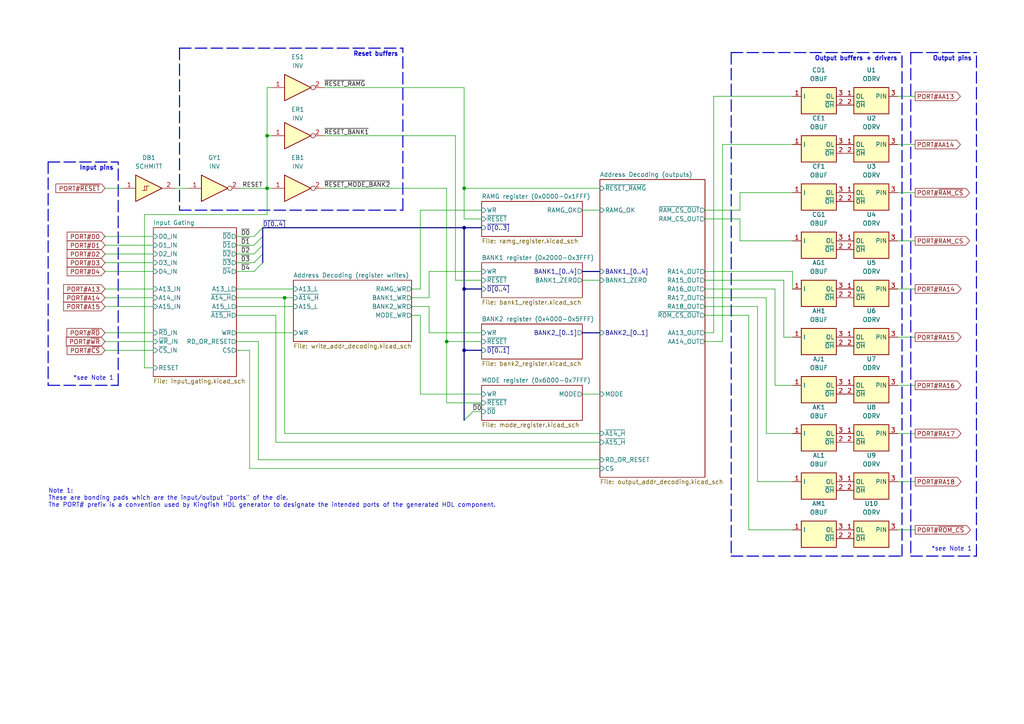
<source format=kicad_sch>
(kicad_sch (version 20211123) (generator eeschema)
  (paper "A4")
  (title_block (title "MBC1B") (date "2022-03-13") (rev "A") (company "https://gekkio.fi") (comment 1 "https://github.com/Gekkio/gb-research"))
  (lib_symbols
    (symbol "MBC1B:INV" (pin_names (offset 1.016) hide)
      (property "Reference" "U" (at 0 5.08 0))
      (property "Value" "INV" (at 0 -5.08 0))
      (symbol "INV_1_0"
        (polyline (pts (xy -3.81 3.81) (xy -3.81 -3.81) (xy 3.81 0) (xy -3.81 3.81)) (stroke (width 0.254)) (fill (type background)))
        (pin input line (at -7.62 0 0) (length 3.81) (name "A") (number "1"))
        (pin output inverted (at 7.62 0 180) (length 3.81) (name "Y") (number "2"))
      )
    )
    (symbol "MBC1B:OBUF"
      (property "Reference" "U" (at 0 6.35 0))
      (property "Value" "OBUF" (at 0 3.81 0))
      (symbol "OBUF_0_1"
        (rectangle (start -5.08 2.54) (end 5.08 -5.08) (stroke (width 0.254)) (fill (type background)))
      )
      (symbol "OBUF_1_0"
        (pin input line (at -7.62 0 0) (length 2.54) (name "I") (number "1"))
        (pin output line (at 7.62 -2.54 180) (length 2.54) (name "~{OH}") (number "2"))
        (pin output line (at 7.62 0 180) (length 2.54) (name "OL") (number "3"))
      )
    )
    (symbol "MBC1B:ODRV"
      (property "Value" "ODRV" (at 0 3.81 0))
      (symbol "ODRV_0_1"
        (rectangle (start -5.08 2.54) (end 5.08 -5.08) (stroke (width 0.254)) (fill (type background)))
      )
      (symbol "ODRV_1_0"
        (pin input line (at -7.62 0 0) (length 2.54) (name "OL") (number "1"))
        (pin input line (at -7.62 -2.54 0) (length 2.54) (name "~{OH}") (number "2"))
        (pin output line (at 7.62 0 180) (length 2.54) (name "PIN") (number "3"))
      )
    )
    (symbol "MBC1B:SCHMITT" (pin_names (offset 1.016) hide)
      (property "Reference" "U" (at 0 5.08 0))
      (property "Value" "SCHMITT" (at 0 -5.08 0))
      (symbol "SCHMITT_0_1"
        (polyline (pts (xy -1.27 -0.635) (xy -0.635 -0.635) (xy -0.635 0.635)))
        (polyline (pts (xy -3.81 3.81) (xy -3.81 -3.81) (xy 3.81 0) (xy -3.81 3.81)) (stroke (width 0.254)) (fill (type background)))
        (polyline (pts (xy -1.905 -0.635) (xy -1.27 -0.635) (xy -1.27 0.635) (xy 0 0.635)))
      )
      (symbol "SCHMITT_1_1"
        (pin input line (at -7.62 0 0) (length 3.81) (name "A") (number "1"))
        (pin output line (at 7.62 0 180) (length 3.81) (name "Y") (number "2"))
      )
    )
  )
  (junction (at 82.55 86.36))
  (junction (at 134.62 54.61))
  (junction (at 134.62 101.6))
  (junction (at 129.54 99.06))
  (junction (at 134.62 66.04))
  (junction (at 77.47 54.61))
  (junction (at 134.62 83.82))
  (junction (at 77.47 39.37))
  (bus_entry (at 73.66 71.12) (size 2.54 -2.54))
  (bus_entry (at 73.66 68.58) (size 2.54 -2.54))
  (bus_entry (at 73.66 76.2) (size 2.54 -2.54))
  (bus_entry (at 73.66 78.74) (size 2.54 -2.54))
  (bus_entry (at 73.66 73.66) (size 2.54 -2.54))
  (bus_entry (at 134.62 121.92) (size 2.54 -2.54))
  (bus (pts (xy 134.62 66.04) (xy 134.62 83.82)))
  (wire (pts (xy 207.01 96.52) (xy 207.01 27.94)))
  (bus (pts (xy 134.62 66.04) (xy 139.7 66.04)))
  (wire (pts (xy 30.48 86.36) (xy 44.45 86.36)))
  (wire (pts (xy 68.58 73.66) (xy 73.66 73.66)))
  (wire (pts (xy 260.35 111.76) (xy 265.43 111.76)))
  (wire (pts (xy 119.38 83.82) (xy 121.92 83.82)))
  (wire (pts (xy 119.38 91.44) (xy 121.92 91.44)))
  (wire (pts (xy 219.71 139.7) (xy 229.87 139.7)))
  (wire (pts (xy 229.87 78.74) (xy 229.87 83.82)))
  (wire (pts (xy 124.46 88.9) (xy 124.46 96.52)))
  (wire (pts (xy 132.08 39.37) (xy 93.98 39.37)))
  (wire (pts (xy 41.91 62.23) (xy 41.91 106.68)))
  (wire (pts (xy 207.01 27.94) (xy 229.87 27.94)))
  (wire (pts (xy 229.87 153.67) (xy 217.17 153.67)))
  (wire (pts (xy 204.47 99.06) (xy 209.55 99.06)))
  (wire (pts (xy 77.47 54.61) (xy 78.74 54.61)))
  (wire (pts (xy 68.58 99.06) (xy 74.93 99.06)))
  (wire (pts (xy 227.33 97.79) (xy 227.33 81.28)))
  (wire (pts (xy 260.35 41.91) (xy 265.43 41.91)))
  (wire (pts (xy 168.91 60.96) (xy 173.99 60.96)))
  (wire (pts (xy 68.58 78.74) (xy 73.66 78.74)))
  (wire (pts (xy 121.92 60.96) (xy 139.7 60.96)))
  (wire (pts (xy 134.62 54.61) (xy 134.62 63.5)))
  (wire (pts (xy 68.58 76.2) (xy 73.66 76.2)))
  (wire (pts (xy 77.47 54.61) (xy 77.47 39.37)))
  (wire (pts (xy 124.46 78.74) (xy 124.46 86.36)))
  (wire (pts (xy 260.35 153.67) (xy 265.43 153.67)))
  (wire (pts (xy 260.35 125.73) (xy 265.43 125.73)))
  (wire (pts (xy 121.92 83.82) (xy 121.92 60.96)))
  (wire (pts (xy 124.46 86.36) (xy 119.38 86.36)))
  (polyline (pts (xy 264.16 15.24) (xy 264.16 161.29)) (stroke (width 0.3048)))
  (wire (pts (xy 224.79 83.82) (xy 224.79 111.76)))
  (wire (pts (xy 204.47 63.5) (xy 214.63 63.5)))
  (bus (pts (xy 134.62 101.6) (xy 134.62 121.92)))
  (wire (pts (xy 68.58 96.52) (xy 85.09 96.52)))
  (wire (pts (xy 204.47 88.9) (xy 219.71 88.9)))
  (wire (pts (xy 121.92 114.3) (xy 139.7 114.3)))
  (wire (pts (xy 229.87 97.79) (xy 227.33 97.79)))
  (wire (pts (xy 82.55 125.73) (xy 82.55 86.36)))
  (wire (pts (xy 41.91 62.23) (xy 77.47 62.23)))
  (wire (pts (xy 77.47 62.23) (xy 77.47 54.61)))
  (wire (pts (xy 30.48 76.2) (xy 44.45 76.2)))
  (wire (pts (xy 168.91 81.28) (xy 173.99 81.28)))
  (wire (pts (xy 204.47 86.36) (xy 222.25 86.36)))
  (wire (pts (xy 214.63 60.96) (xy 214.63 55.88)))
  (bus (pts (xy 76.2 68.58) (xy 76.2 71.12)))
  (wire (pts (xy 77.47 39.37) (xy 78.74 39.37)))
  (polyline (pts (xy 13.97 46.99) (xy 34.29 46.99)) (stroke (width 0.3048)))
  (wire (pts (xy 129.54 99.06) (xy 139.7 99.06)))
  (polyline (pts (xy 283.21 161.29) (xy 283.21 15.24)) (stroke (width 0.3048)))
  (polyline (pts (xy 264.16 15.24) (xy 283.21 15.24)) (stroke (width 0.3048)))
  (wire (pts (xy 68.58 83.82) (xy 85.09 83.82)))
  (wire (pts (xy 30.48 73.66) (xy 44.45 73.66)))
  (wire (pts (xy 68.58 71.12) (xy 73.66 71.12)))
  (polyline (pts (xy 13.97 111.76) (xy 34.29 111.76)) (stroke (width 0.3048)))
  (wire (pts (xy 204.47 91.44) (xy 217.17 91.44)))
  (wire (pts (xy 30.48 101.6) (xy 44.45 101.6)))
  (bus (pts (xy 168.91 78.74) (xy 173.99 78.74)))
  (wire (pts (xy 204.47 81.28) (xy 227.33 81.28)))
  (wire (pts (xy 68.58 88.9) (xy 85.09 88.9)))
  (wire (pts (xy 41.91 106.68) (xy 44.45 106.68)))
  (wire (pts (xy 214.63 69.85) (xy 229.87 69.85)))
  (wire (pts (xy 229.87 125.73) (xy 222.25 125.73)))
  (wire (pts (xy 82.55 86.36) (xy 85.09 86.36)))
  (wire (pts (xy 30.48 99.06) (xy 44.45 99.06)))
  (wire (pts (xy 260.35 55.88) (xy 265.43 55.88)))
  (polyline (pts (xy 52.07 13.97) (xy 52.07 60.96)) (stroke (width 0.3048)))
  (wire (pts (xy 204.47 60.96) (xy 214.63 60.96)))
  (polyline (pts (xy 261.62 161.29) (xy 261.62 15.24)) (stroke (width 0.3048)))
  (wire (pts (xy 139.7 81.28) (xy 132.08 81.28)))
  (wire (pts (xy 80.01 91.44) (xy 80.01 128.27)))
  (bus (pts (xy 134.62 101.6) (xy 139.7 101.6)))
  (wire (pts (xy 129.54 54.61) (xy 93.98 54.61)))
  (polyline (pts (xy 212.09 15.24) (xy 261.62 15.24)) (stroke (width 0.3048)))
  (bus (pts (xy 76.2 66.04) (xy 76.2 68.58)))
  (bus (pts (xy 76.2 66.04) (xy 134.62 66.04)))
  (wire (pts (xy 209.55 99.06) (xy 209.55 41.91)))
  (wire (pts (xy 168.91 114.3) (xy 173.99 114.3)))
  (polyline (pts (xy 52.07 60.96) (xy 116.84 60.96)) (stroke (width 0.3048)))
  (wire (pts (xy 30.48 88.9) (xy 44.45 88.9)))
  (bus (pts (xy 134.62 83.82) (xy 134.62 101.6)))
  (wire (pts (xy 204.47 83.82) (xy 224.79 83.82)))
  (bus (pts (xy 134.62 83.82) (xy 139.7 83.82)))
  (wire (pts (xy 68.58 68.58) (xy 73.66 68.58)))
  (wire (pts (xy 260.35 97.79) (xy 265.43 97.79)))
  (polyline (pts (xy 34.29 111.76) (xy 34.29 46.99)) (stroke (width 0.3048)))
  (wire (pts (xy 77.47 39.37) (xy 77.47 25.4)))
  (wire (pts (xy 139.7 63.5) (xy 134.62 63.5)))
  (polyline (pts (xy 264.16 161.29) (xy 283.21 161.29)) (stroke (width 0.3048)))
  (polyline (pts (xy 13.97 46.99) (xy 13.97 111.76)) (stroke (width 0.3048)))
  (wire (pts (xy 204.47 96.52) (xy 207.01 96.52)))
  (bus (pts (xy 168.91 96.52) (xy 173.99 96.52)))
  (wire (pts (xy 224.79 111.76) (xy 229.87 111.76)))
  (wire (pts (xy 209.55 41.91) (xy 229.87 41.91)))
  (wire (pts (xy 260.35 69.85) (xy 265.43 69.85)))
  (polyline (pts (xy 52.07 13.97) (xy 116.84 13.97)) (stroke (width 0.3048)))
  (bus (pts (xy 76.2 73.66) (xy 76.2 76.2)))
  (wire (pts (xy 30.48 78.74) (xy 44.45 78.74)))
  (wire (pts (xy 204.47 78.74) (xy 229.87 78.74)))
  (wire (pts (xy 119.38 88.9) (xy 124.46 88.9)))
  (wire (pts (xy 30.48 71.12) (xy 44.45 71.12)))
  (wire (pts (xy 74.93 99.06) (xy 74.93 133.35)))
  (wire (pts (xy 129.54 99.06) (xy 129.54 116.84)))
  (wire (pts (xy 260.35 83.82) (xy 265.43 83.82)))
  (wire (pts (xy 260.35 27.94) (xy 265.43 27.94)))
  (wire (pts (xy 222.25 125.73) (xy 222.25 86.36)))
  (wire (pts (xy 121.92 91.44) (xy 121.92 114.3)))
  (wire (pts (xy 72.39 101.6) (xy 68.58 101.6)))
  (wire (pts (xy 74.93 133.35) (xy 173.99 133.35)))
  (wire (pts (xy 30.48 83.82) (xy 44.45 83.82)))
  (wire (pts (xy 173.99 135.89) (xy 72.39 135.89)))
  (wire (pts (xy 69.85 54.61) (xy 77.47 54.61)))
  (wire (pts (xy 134.62 54.61) (xy 173.99 54.61)))
  (wire (pts (xy 72.39 135.89) (xy 72.39 101.6)))
  (wire (pts (xy 139.7 78.74) (xy 124.46 78.74)))
  (wire (pts (xy 137.16 119.38) (xy 139.7 119.38)))
  (wire (pts (xy 129.54 54.61) (xy 129.54 99.06)))
  (wire (pts (xy 30.48 96.52) (xy 44.45 96.52)))
  (wire (pts (xy 124.46 96.52) (xy 139.7 96.52)))
  (wire (pts (xy 68.58 91.44) (xy 80.01 91.44)))
  (wire (pts (xy 132.08 39.37) (xy 132.08 81.28)))
  (wire (pts (xy 217.17 153.67) (xy 217.17 91.44)))
  (wire (pts (xy 68.58 86.36) (xy 82.55 86.36)))
  (wire (pts (xy 134.62 25.4) (xy 134.62 54.61)))
  (polyline (pts (xy 212.09 15.24) (xy 212.09 161.29)) (stroke (width 0.3048)))
  (wire (pts (xy 80.01 128.27) (xy 173.99 128.27)))
  (wire (pts (xy 129.54 116.84) (xy 139.7 116.84)))
  (wire (pts (xy 30.48 54.61) (xy 35.56 54.61)))
  (wire (pts (xy 260.35 139.7) (xy 265.43 139.7)))
  (wire (pts (xy 77.47 25.4) (xy 78.74 25.4)))
  (wire (pts (xy 219.71 88.9) (xy 219.71 139.7)))
  (wire (pts (xy 214.63 63.5) (xy 214.63 69.85)))
  (wire (pts (xy 50.8 54.61) (xy 54.61 54.61)))
  (wire (pts (xy 93.98 25.4) (xy 134.62 25.4)))
  (bus (pts (xy 76.2 71.12) (xy 76.2 73.66)))
  (polyline (pts (xy 212.09 161.29) (xy 261.62 161.29)) (stroke (width 0.3048)))
  (wire (pts (xy 214.63 55.88) (xy 229.87 55.88)))
  (wire (pts (xy 173.99 125.73) (xy 82.55 125.73)))
  (polyline (pts (xy 116.84 60.96) (xy 116.84 13.97)) (stroke (width 0.3048)))
  (wire (pts (xy 30.48 68.58) (xy 44.45 68.58)))
  (text "Note 1:\nThese are bonding pads which are the input/output \"ports\" of the die.\nThe PORT# prefix is a convention used by Kingfish HDL generator to designate the intended ports of the generated HDL component.\n" (at 13.97 147.32 0) (effects (font (size 1.27 1.27)) (justify left bottom)))
  (text "Input pins" (at 33.02 49.53 180) (effects (font (size 1.27 1.27) (thickness 0.254) bold) (justify right bottom)))
  (text "*see Note 1" (at 33.02 110.49 180) (effects (font (size 1.27 1.27)) (justify right bottom)))
  (text "Output buffers + drivers" (at 260.35 17.78 180) (effects (font (size 1.27 1.27) bold) (justify right bottom)))
  (text "Output pins" (at 281.94 17.78 180) (effects (font (size 1.27 1.27) bold) (justify right bottom)))
  (text "Reset buffers" (at 115.57 16.51 180) (effects (font (size 1.27 1.27) bold) (justify right bottom)))
  (text "*see Note 1" (at 281.94 160.02 180) (effects (font (size 1.27 1.27)) (justify right bottom)))
  (label "~{D1}" (at 69.85 71.12 0))
  (label "RESET" (at 76.2 54.61 180))
  (label "~{D2}" (at 69.85 73.66 0))
  (label "~{D4}" (at 69.85 78.74 0))
  (label "~{RESET_RAMG}" (at 93.98 25.4 0))
  (label "~{D3}" (at 69.85 76.2 0))
  (label "~{D0}" (at 69.85 68.58 0))
  (label "~{D[0..4]}" (at 76.2 66.04 0))
  (label "~{RESET_MODE_BANK2}" (at 93.98 54.61 0))
  (label "~{RESET_BANK1}" (at 93.98 39.37 0))
  (label "~{D0}" (at 139.7 119.38 180))
  (global_label "PORT#D3" (shape input) (at 30.48 76.2 180) (property "Intersheet References" "${INTERSHEET_REFS}" (effects hide)))
  (global_label "PORT#~{ROM_CS}" (shape output) (at 265.43 153.67 0) (property "Intersheet References" "${INTERSHEET_REFS}" (effects hide)))
  (global_label "PORT#A13" (shape input) (at 30.48 83.82 180) (property "Intersheet References" "${INTERSHEET_REFS}" (effects hide)))
  (global_label "PORT#AA14" (shape output) (at 265.43 41.91 0) (property "Intersheet References" "${INTERSHEET_REFS}" (effects hide)))
  (global_label "PORT#~{RAM_CS}" (shape output) (at 265.43 55.88 0) (property "Intersheet References" "${INTERSHEET_REFS}" (effects hide)))
  (global_label "PORT#A14" (shape input) (at 30.48 86.36 180) (property "Intersheet References" "${INTERSHEET_REFS}" (effects hide)))
  (global_label "PORT#RAM_CS" (shape output) (at 265.43 69.85 0) (property "Intersheet References" "${INTERSHEET_REFS}" (effects hide)))
  (global_label "PORT#RA15" (shape output) (at 265.43 97.79 0) (property "Intersheet References" "${INTERSHEET_REFS}" (effects hide)))
  (global_label "PORT#RA17" (shape output) (at 265.43 125.73 0) (property "Intersheet References" "${INTERSHEET_REFS}" (effects hide)))
  (global_label "PORT#~{WR}" (shape input) (at 30.48 99.06 180) (property "Intersheet References" "${INTERSHEET_REFS}" (effects hide)))
  (global_label "PORT#~{RESET}" (shape input) (at 30.48 54.61 180) (property "Intersheet References" "${INTERSHEET_REFS}" (effects hide)))
  (global_label "PORT#AA13" (shape output) (at 265.43 27.94 0) (property "Intersheet References" "${INTERSHEET_REFS}" (effects hide)))
  (global_label "PORT#RA14" (shape output) (at 265.43 83.82 0) (property "Intersheet References" "${INTERSHEET_REFS}" (effects hide)))
  (global_label "PORT#D4" (shape input) (at 30.48 78.74 180) (property "Intersheet References" "${INTERSHEET_REFS}" (effects hide)))
  (global_label "PORT#RA16" (shape output) (at 265.43 111.76 0) (property "Intersheet References" "${INTERSHEET_REFS}" (effects hide)))
  (global_label "PORT#~{CS}" (shape input) (at 30.48 101.6 180) (property "Intersheet References" "${INTERSHEET_REFS}" (effects hide)))
  (global_label "PORT#RA18" (shape output) (at 265.43 139.7 0) (property "Intersheet References" "${INTERSHEET_REFS}" (effects hide)))
  (global_label "PORT#D2" (shape input) (at 30.48 73.66 180) (property "Intersheet References" "${INTERSHEET_REFS}" (effects hide)))
  (global_label "PORT#D1" (shape input) (at 30.48 71.12 180) (property "Intersheet References" "${INTERSHEET_REFS}" (effects hide)))
  (global_label "PORT#A15" (shape input) (at 30.48 88.9 180) (property "Intersheet References" "${INTERSHEET_REFS}" (effects hide)))
  (global_label "PORT#~{RD}" (shape input) (at 30.48 96.52 180) (property "Intersheet References" "${INTERSHEET_REFS}" (effects hide)))
  (global_label "PORT#D0" (shape input) (at 30.48 68.58 180) (property "Intersheet References" "${INTERSHEET_REFS}" (effects hide)))
  (symbol (lib_id "MBC1B:INV") (at 62.23 54.61 0) (unit 1)
    (property "Reference" "GY1" (at 62.23 45.72 0))
    (property "Value" "INV" (at 62.23 48.26 0))
  )
  (symbol (lib_id "MBC1B:INV") (at 86.36 39.37 0) (unit 1)
    (property "Reference" "ER1" (at 86.36 31.75 0))
    (property "Value" "INV" (at 86.36 34.29 0))
  )
  (symbol (lib_id "MBC1B:ODRV") (at 252.73 27.94 0) (unit 1)
    (property "Reference" "U1" (at 252.73 20.32 0))
    (property "Value" "ODRV" (at 252.73 22.86 0))
  )
  (symbol (lib_id "MBC1B:ODRV") (at 252.73 153.67 0) (unit 1)
    (property "Reference" "U10" (at 252.73 146.05 0))
    (property "Value" "ODRV" (at 252.73 148.59 0))
  )
  (symbol (lib_id "MBC1B:OBUF") (at 237.49 69.85 0) (unit 1)
    (property "Reference" "CG1" (at 237.49 62.23 0))
    (property "Value" "OBUF" (at 237.49 64.77 0))
  )
  (symbol (lib_id "MBC1B:OBUF") (at 237.49 111.76 0) (unit 1)
    (property "Reference" "AJ1" (at 237.49 104.14 0))
    (property "Value" "OBUF" (at 237.49 106.68 0))
  )
  (symbol (lib_id "MBC1B:ODRV") (at 252.73 55.88 0) (unit 1)
    (property "Reference" "U3" (at 252.73 48.26 0))
    (property "Value" "ODRV" (at 252.73 50.8 0))
  )
  (symbol (lib_id "MBC1B:OBUF") (at 237.49 153.67 0) (unit 1)
    (property "Reference" "AM1" (at 237.49 146.05 0))
    (property "Value" "OBUF" (at 237.49 148.59 0))
  )
  (symbol (lib_id "MBC1B:OBUF") (at 237.49 55.88 0) (unit 1)
    (property "Reference" "CF1" (at 237.49 48.26 0))
    (property "Value" "OBUF" (at 237.49 50.8 0))
  )
  (symbol (lib_id "MBC1B:ODRV") (at 252.73 111.76 0) (unit 1)
    (property "Reference" "U7" (at 252.73 104.14 0))
    (property "Value" "ODRV" (at 252.73 106.68 0))
  )
  (symbol (lib_id "MBC1B:OBUF") (at 237.49 125.73 0) (unit 1)
    (property "Reference" "AK1" (at 237.49 118.11 0))
    (property "Value" "OBUF" (at 237.49 120.65 0))
  )
  (symbol (lib_id "MBC1B:INV") (at 86.36 25.4 0) (unit 1)
    (property "Reference" "ES1" (at 86.36 16.51 0))
    (property "Value" "INV" (at 86.36 19.05 0))
  )
  (symbol (lib_id "MBC1B:ODRV") (at 252.73 83.82 0) (unit 1)
    (property "Reference" "U5" (at 252.73 76.2 0))
    (property "Value" "ODRV" (at 252.73 78.74 0))
  )
  (symbol (lib_id "MBC1B:OBUF") (at 237.49 27.94 0) (unit 1)
    (property "Reference" "CD1" (at 237.49 20.32 0))
    (property "Value" "OBUF" (at 237.49 22.86 0))
  )
  (symbol (lib_id "MBC1B:ODRV") (at 252.73 97.79 0) (unit 1)
    (property "Reference" "U6" (at 252.73 90.17 0))
    (property "Value" "ODRV" (at 252.73 92.71 0))
  )
  (symbol (lib_id "MBC1B:ODRV") (at 252.73 69.85 0) (unit 1)
    (property "Reference" "U4" (at 252.73 62.23 0))
    (property "Value" "ODRV" (at 252.73 64.77 0))
  )
  (symbol (lib_id "MBC1B:ODRV") (at 252.73 41.91 0) (unit 1)
    (property "Reference" "U2" (at 252.73 34.29 0))
    (property "Value" "ODRV" (at 252.73 36.83 0))
  )
  (symbol (lib_id "MBC1B:OBUF") (at 237.49 41.91 0) (unit 1)
    (property "Reference" "CE1" (at 237.49 34.29 0))
    (property "Value" "OBUF" (at 237.49 36.83 0))
  )
  (symbol (lib_id "MBC1B:ODRV") (at 252.73 125.73 0) (unit 1)
    (property "Reference" "U8" (at 252.73 118.11 0))
    (property "Value" "ODRV" (at 252.73 120.65 0))
  )
  (symbol (lib_id "MBC1B:OBUF") (at 237.49 97.79 0) (unit 1)
    (property "Reference" "AH1" (at 237.49 90.17 0))
    (property "Value" "OBUF" (at 237.49 92.71 0))
  )
  (symbol (lib_id "MBC1B:OBUF") (at 237.49 83.82 0) (unit 1)
    (property "Reference" "AG1" (at 237.49 76.2 0))
    (property "Value" "OBUF" (at 237.49 78.74 0))
  )
  (symbol (lib_id "MBC1B:OBUF") (at 237.49 139.7 0) (unit 1)
    (property "Reference" "AL1" (at 237.49 132.08 0))
    (property "Value" "OBUF" (at 237.49 134.62 0))
  )
  (symbol (lib_id "MBC1B:ODRV") (at 252.73 139.7 0) (unit 1)
    (property "Reference" "U9" (at 252.73 132.08 0))
    (property "Value" "ODRV" (at 252.73 134.62 0))
  )
  (symbol (lib_id "MBC1B:INV") (at 86.36 54.61 0) (unit 1)
    (property "Reference" "EB1" (at 86.36 45.72 0))
    (property "Value" "INV" (at 86.36 48.26 0))
  )
  (symbol (lib_id "MBC1B:SCHMITT") (at 43.18 54.61 0) (unit 1)
    (property "Reference" "DB1" (at 43.18 45.72 0))
    (property "Value" "SCHMITT" (at 43.18 48.26 0))
  )
  (sheet (at 139.7 111.76) (size 29.21 10.16) (stroke (width 0.1524))
    (property "Sheet name" "MODE register (0x6000-0x7FFF)" (at 139.7 111.0484 0) (effects (justify left bottom)))
    (property "Sheet file" "mode_register.kicad_sch" (at 139.7 122.5046 0) (effects (justify left top)))
    (pin "~{RESET}" input (at 139.7 116.84 180))
    (pin "~{D0}" input (at 139.7 119.38 180))
    (pin "WR" input (at 139.7 114.3 180))
    (pin "MODE" output (at 168.91 114.3 0))
  )
  (sheet (at 44.45 66.04) (size 24.13 43.18) (stroke (width 0.1524))
    (property "Sheet name" "Input Gating" (at 44.45 65.3284 0) (effects (justify left bottom)))
    (property "Sheet file" "input_gating.kicad_sch" (at 44.45 109.8046 0) (effects (justify left top)))
    (pin "~{D0}" output (at 68.58 68.58 0))
    (pin "~{D1}" output (at 68.58 71.12 0))
    (pin "~{D3}" output (at 68.58 76.2 0))
    (pin "~{D2}" output (at 68.58 73.66 0))
    (pin "D0_IN" input (at 44.45 68.58 180))
    (pin "D3_IN" input (at 44.45 76.2 180))
    (pin "D4_IN" input (at 44.45 78.74 180))
    (pin "~{A14_H}" output (at 68.58 86.36 0))
    (pin "~{D4}" output (at 68.58 78.74 0))
    (pin "~{A15_H}" output (at 68.58 91.44 0))
    (pin "A14_IN" input (at 44.45 86.36 180))
    (pin "A15_IN" input (at 44.45 88.9 180))
    (pin "D1_IN" input (at 44.45 71.12 180))
    (pin "D2_IN" input (at 44.45 73.66 180))
    (pin "RD_OR_RESET" output (at 68.58 99.06 0))
    (pin "WR" output (at 68.58 96.52 0))
    (pin "~{RD}_IN" input (at 44.45 96.52 180))
    (pin "A15_L" output (at 68.58 88.9 0))
    (pin "A13_L" output (at 68.58 83.82 0))
    (pin "~{WR}_IN" input (at 44.45 99.06 180))
    (pin "A13_IN" input (at 44.45 83.82 180))
    (pin "RESET" input (at 44.45 106.68 180))
    (pin "~{CS}_IN" input (at 44.45 101.6 180))
    (pin "CS" output (at 68.58 101.6 0))
  )
  (sheet (at 139.7 58.42) (size 29.21 10.16) (stroke (width 0.1524))
    (property "Sheet name" "RAMG register (0x0000-0x1FFF)" (at 139.7 57.7084 0) (effects (justify left bottom)))
    (property "Sheet file" "ramg_register.kicad_sch" (at 139.7 69.1646 0) (effects (justify left top)))
    (pin "WR" input (at 139.7 60.96 180))
    (pin "~{RESET}" input (at 139.7 63.5 180))
    (pin "~{D[0..3]}" input (at 139.7 66.04 180))
    (pin "RAMG_OK" output (at 168.91 60.96 0))
  )
  (sheet (at 139.7 76.2) (size 29.21 10.16) (stroke (width 0.1524))
    (property "Sheet name" "BANK1 register (0x2000-0x3FFF)" (at 139.7 75.4884 0) (effects (justify left bottom)))
    (property "Sheet file" "bank1_register.kicad_sch" (at 139.7 86.9446 0) (effects (justify left top)))
    (pin "~{RESET}" input (at 139.7 81.28 180))
    (pin "~{D[0..4]}" input (at 139.7 83.82 180))
    (pin "WR" input (at 139.7 78.74 180))
    (pin "BANK1_[0..4]" output (at 168.91 78.74 0))
    (pin "BANK1_ZERO" output (at 168.91 81.28 0))
  )
  (sheet (at 85.09 81.28) (size 34.29 17.78) (stroke (width 0.1524))
    (property "Sheet name" "Address Decoding (register writes)" (at 85.09 80.5684 0) (effects (justify left bottom)))
    (property "Sheet file" "write_addr_decoding.kicad_sch" (at 85.09 99.6446 0) (effects (justify left top)))
    (pin "A15_L" input (at 85.09 88.9 180))
    (pin "~{A14_H}" input (at 85.09 86.36 180))
    (pin "A13_L" input (at 85.09 83.82 180))
    (pin "BANK1_WR" output (at 119.38 86.36 0))
    (pin "RAMG_WR" output (at 119.38 83.82 0))
    (pin "MODE_WR" output (at 119.38 91.44 0))
    (pin "BANK2_WR" output (at 119.38 88.9 0))
    (pin "WR" input (at 85.09 96.52 180))
  )
  (sheet (at 173.99 52.07) (size 30.48 86.36) (stroke (width 0.1524))
    (property "Sheet name" "Address Decoding (outputs)" (at 173.99 51.3584 0) (effects (justify left bottom)))
    (property "Sheet file" "output_addr_decoding.kicad_sch" (at 173.99 139.0146 0) (effects (justify left top)))
    (pin "RAM_CS_OUT" output (at 204.47 63.5 0))
    (pin "~{RAM_CS_OUT}" output (at 204.47 60.96 0))
    (pin "RA16_OUT" output (at 204.47 83.82 0))
    (pin "CS" input (at 173.99 135.89 180))
    (pin "RAMG_OK" input (at 173.99 60.96 180))
    (pin "~{RESET_RAMG}" input (at 173.99 54.61 180))
    (pin "RA17_OUT" output (at 204.47 86.36 0))
    (pin "RA18_OUT" output (at 204.47 88.9 0))
    (pin "BANK1_[0..4]" input (at 173.99 78.74 180))
    (pin "~{A14_H}" input (at 173.99 125.73 180))
    (pin "~{ROM_CS_OUT}" output (at 204.47 91.44 0))
    (pin "RD_OR_RESET" input (at 173.99 133.35 180))
    (pin "~{A15_H}" input (at 173.99 128.27 180))
    (pin "BANK1_ZERO" input (at 173.99 81.28 180))
    (pin "RA15_OUT" output (at 204.47 81.28 0))
    (pin "RA14_OUT" output (at 204.47 78.74 0))
    (pin "AA13_OUT" output (at 204.47 96.52 0))
    (pin "BANK2_[0..1]" input (at 173.99 96.52 180))
    (pin "MODE" input (at 173.99 114.3 180))
    (pin "AA14_OUT" output (at 204.47 99.06 0))
  )
  (sheet (at 139.7 93.98) (size 29.21 10.16) (stroke (width 0.1524))
    (property "Sheet name" "BANK2 register (0x4000-0x5FFF)" (at 139.7 93.2684 0) (effects (justify left bottom)))
    (property "Sheet file" "bank2_register.kicad_sch" (at 139.7 104.7246 0) (effects (justify left top)))
    (pin "WR" input (at 139.7 96.52 180))
    (pin "~{D[0..1]}" input (at 139.7 101.6 180))
    (pin "~{RESET}" input (at 139.7 99.06 180))
    (pin "BANK2_[0..1]" output (at 168.91 96.52 0))
  )
)
</source>
